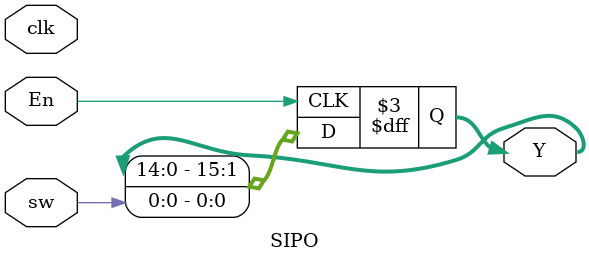
<source format=v>
`timescale 1ns / 1ps


module SIPO(
    input [7:0] sw,
    input clk,
    input En,
    
    output reg [15:0] Y
    );
    
    
    reg change;
    always @ (posedge(En))
    begin
       
        if(En == 1)
            Y = {Y[14:0], sw[0]};
            end
        
endmodule

</source>
